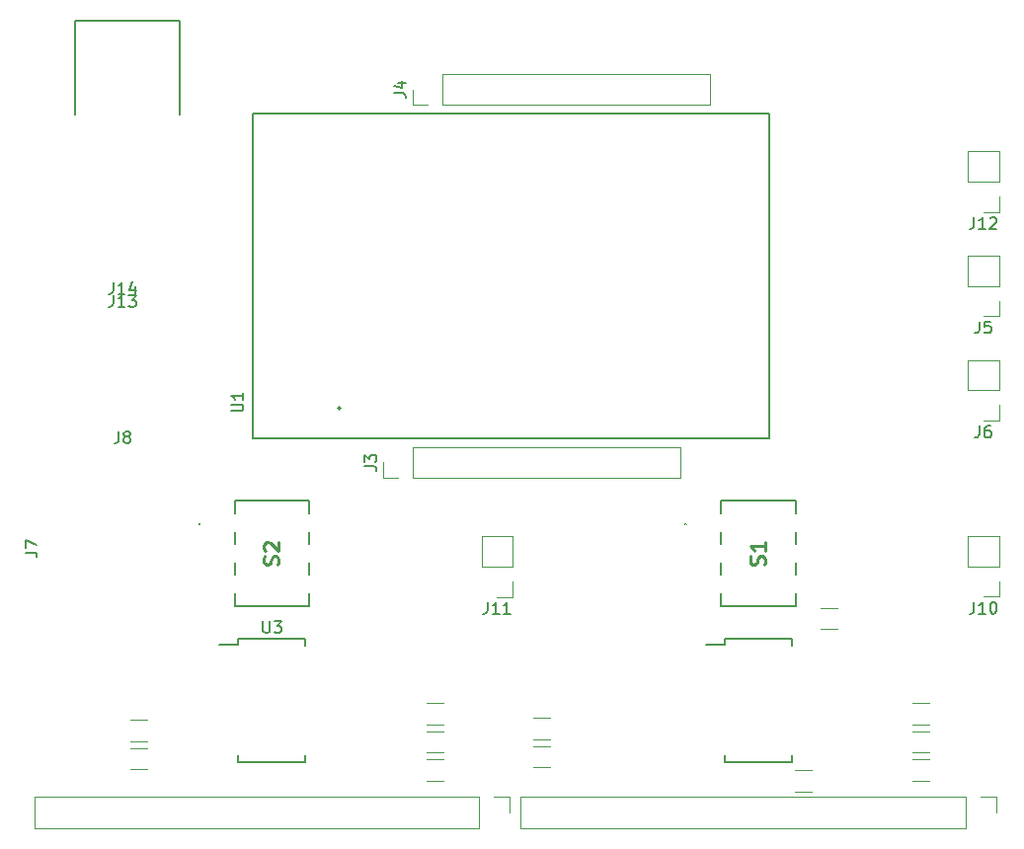
<source format=gbr>
%TF.GenerationSoftware,KiCad,Pcbnew,7.0.8*%
%TF.CreationDate,2023-12-07T20:57:20+01:00*%
%TF.ProjectId,MAIN,4d41494e-2e6b-4696-9361-645f70636258,rev?*%
%TF.SameCoordinates,Original*%
%TF.FileFunction,Legend,Top*%
%TF.FilePolarity,Positive*%
%FSLAX46Y46*%
G04 Gerber Fmt 4.6, Leading zero omitted, Abs format (unit mm)*
G04 Created by KiCad (PCBNEW 7.0.8) date 2023-12-07 20:57:20*
%MOMM*%
%LPD*%
G01*
G04 APERTURE LIST*
%ADD10C,0.150000*%
%ADD11C,0.254000*%
%ADD12C,0.120000*%
%ADD13C,0.200000*%
%ADD14C,0.100000*%
%ADD15C,0.127000*%
G04 APERTURE END LIST*
D10*
X154690476Y-123459819D02*
X154690476Y-124174104D01*
X154690476Y-124174104D02*
X154642857Y-124316961D01*
X154642857Y-124316961D02*
X154547619Y-124412200D01*
X154547619Y-124412200D02*
X154404762Y-124459819D01*
X154404762Y-124459819D02*
X154309524Y-124459819D01*
X155690476Y-124459819D02*
X155119048Y-124459819D01*
X155404762Y-124459819D02*
X155404762Y-123459819D01*
X155404762Y-123459819D02*
X155309524Y-123602676D01*
X155309524Y-123602676D02*
X155214286Y-123697914D01*
X155214286Y-123697914D02*
X155119048Y-123745533D01*
X156309524Y-123459819D02*
X156404762Y-123459819D01*
X156404762Y-123459819D02*
X156500000Y-123507438D01*
X156500000Y-123507438D02*
X156547619Y-123555057D01*
X156547619Y-123555057D02*
X156595238Y-123650295D01*
X156595238Y-123650295D02*
X156642857Y-123840771D01*
X156642857Y-123840771D02*
X156642857Y-124078866D01*
X156642857Y-124078866D02*
X156595238Y-124269342D01*
X156595238Y-124269342D02*
X156547619Y-124364580D01*
X156547619Y-124364580D02*
X156500000Y-124412200D01*
X156500000Y-124412200D02*
X156404762Y-124459819D01*
X156404762Y-124459819D02*
X156309524Y-124459819D01*
X156309524Y-124459819D02*
X156214286Y-124412200D01*
X156214286Y-124412200D02*
X156166667Y-124364580D01*
X156166667Y-124364580D02*
X156119048Y-124269342D01*
X156119048Y-124269342D02*
X156071429Y-124078866D01*
X156071429Y-124078866D02*
X156071429Y-123840771D01*
X156071429Y-123840771D02*
X156119048Y-123650295D01*
X156119048Y-123650295D02*
X156166667Y-123555057D01*
X156166667Y-123555057D02*
X156214286Y-123507438D01*
X156214286Y-123507438D02*
X156309524Y-123459819D01*
D11*
X136713842Y-120267619D02*
X136774318Y-120086190D01*
X136774318Y-120086190D02*
X136774318Y-119783809D01*
X136774318Y-119783809D02*
X136713842Y-119662857D01*
X136713842Y-119662857D02*
X136653365Y-119602381D01*
X136653365Y-119602381D02*
X136532413Y-119541904D01*
X136532413Y-119541904D02*
X136411461Y-119541904D01*
X136411461Y-119541904D02*
X136290508Y-119602381D01*
X136290508Y-119602381D02*
X136230032Y-119662857D01*
X136230032Y-119662857D02*
X136169556Y-119783809D01*
X136169556Y-119783809D02*
X136109080Y-120025714D01*
X136109080Y-120025714D02*
X136048603Y-120146666D01*
X136048603Y-120146666D02*
X135988127Y-120207143D01*
X135988127Y-120207143D02*
X135867175Y-120267619D01*
X135867175Y-120267619D02*
X135746222Y-120267619D01*
X135746222Y-120267619D02*
X135625270Y-120207143D01*
X135625270Y-120207143D02*
X135564794Y-120146666D01*
X135564794Y-120146666D02*
X135504318Y-120025714D01*
X135504318Y-120025714D02*
X135504318Y-119723333D01*
X135504318Y-119723333D02*
X135564794Y-119541904D01*
X136774318Y-118332380D02*
X136774318Y-119058095D01*
X136774318Y-118695238D02*
X135504318Y-118695238D01*
X135504318Y-118695238D02*
X135685746Y-118816190D01*
X135685746Y-118816190D02*
X135806699Y-118937142D01*
X135806699Y-118937142D02*
X135867175Y-119058095D01*
D10*
X102469819Y-111833333D02*
X103184104Y-111833333D01*
X103184104Y-111833333D02*
X103326961Y-111880952D01*
X103326961Y-111880952D02*
X103422200Y-111976190D01*
X103422200Y-111976190D02*
X103469819Y-112119047D01*
X103469819Y-112119047D02*
X103469819Y-112214285D01*
X102469819Y-111452380D02*
X102469819Y-110833333D01*
X102469819Y-110833333D02*
X102850771Y-111166666D01*
X102850771Y-111166666D02*
X102850771Y-111023809D01*
X102850771Y-111023809D02*
X102898390Y-110928571D01*
X102898390Y-110928571D02*
X102946009Y-110880952D01*
X102946009Y-110880952D02*
X103041247Y-110833333D01*
X103041247Y-110833333D02*
X103279342Y-110833333D01*
X103279342Y-110833333D02*
X103374580Y-110880952D01*
X103374580Y-110880952D02*
X103422200Y-110928571D01*
X103422200Y-110928571D02*
X103469819Y-111023809D01*
X103469819Y-111023809D02*
X103469819Y-111309523D01*
X103469819Y-111309523D02*
X103422200Y-111404761D01*
X103422200Y-111404761D02*
X103374580Y-111452380D01*
X155166666Y-99409819D02*
X155166666Y-100124104D01*
X155166666Y-100124104D02*
X155119047Y-100266961D01*
X155119047Y-100266961D02*
X155023809Y-100362200D01*
X155023809Y-100362200D02*
X154880952Y-100409819D01*
X154880952Y-100409819D02*
X154785714Y-100409819D01*
X156119047Y-99409819D02*
X155642857Y-99409819D01*
X155642857Y-99409819D02*
X155595238Y-99886009D01*
X155595238Y-99886009D02*
X155642857Y-99838390D01*
X155642857Y-99838390D02*
X155738095Y-99790771D01*
X155738095Y-99790771D02*
X155976190Y-99790771D01*
X155976190Y-99790771D02*
X156071428Y-99838390D01*
X156071428Y-99838390D02*
X156119047Y-99886009D01*
X156119047Y-99886009D02*
X156166666Y-99981247D01*
X156166666Y-99981247D02*
X156166666Y-100219342D01*
X156166666Y-100219342D02*
X156119047Y-100314580D01*
X156119047Y-100314580D02*
X156071428Y-100362200D01*
X156071428Y-100362200D02*
X155976190Y-100409819D01*
X155976190Y-100409819D02*
X155738095Y-100409819D01*
X155738095Y-100409819D02*
X155642857Y-100362200D01*
X155642857Y-100362200D02*
X155595238Y-100314580D01*
X154690476Y-90459819D02*
X154690476Y-91174104D01*
X154690476Y-91174104D02*
X154642857Y-91316961D01*
X154642857Y-91316961D02*
X154547619Y-91412200D01*
X154547619Y-91412200D02*
X154404762Y-91459819D01*
X154404762Y-91459819D02*
X154309524Y-91459819D01*
X155690476Y-91459819D02*
X155119048Y-91459819D01*
X155404762Y-91459819D02*
X155404762Y-90459819D01*
X155404762Y-90459819D02*
X155309524Y-90602676D01*
X155309524Y-90602676D02*
X155214286Y-90697914D01*
X155214286Y-90697914D02*
X155119048Y-90745533D01*
X156071429Y-90555057D02*
X156119048Y-90507438D01*
X156119048Y-90507438D02*
X156214286Y-90459819D01*
X156214286Y-90459819D02*
X156452381Y-90459819D01*
X156452381Y-90459819D02*
X156547619Y-90507438D01*
X156547619Y-90507438D02*
X156595238Y-90555057D01*
X156595238Y-90555057D02*
X156642857Y-90650295D01*
X156642857Y-90650295D02*
X156642857Y-90745533D01*
X156642857Y-90745533D02*
X156595238Y-90888390D01*
X156595238Y-90888390D02*
X156023810Y-91459819D01*
X156023810Y-91459819D02*
X156642857Y-91459819D01*
X91033567Y-107091373D02*
X91843403Y-107091373D01*
X91843403Y-107091373D02*
X91938678Y-107043736D01*
X91938678Y-107043736D02*
X91986316Y-106996099D01*
X91986316Y-106996099D02*
X92033953Y-106900824D01*
X92033953Y-106900824D02*
X92033953Y-106710274D01*
X92033953Y-106710274D02*
X91986316Y-106614999D01*
X91986316Y-106614999D02*
X91938678Y-106567362D01*
X91938678Y-106567362D02*
X91843403Y-106519724D01*
X91843403Y-106519724D02*
X91033567Y-106519724D01*
X92033953Y-105519339D02*
X92033953Y-106090988D01*
X92033953Y-105805163D02*
X91033567Y-105805163D01*
X91033567Y-105805163D02*
X91176479Y-105900438D01*
X91176479Y-105900438D02*
X91271754Y-105995713D01*
X91271754Y-105995713D02*
X91319392Y-106090988D01*
X155166666Y-108359819D02*
X155166666Y-109074104D01*
X155166666Y-109074104D02*
X155119047Y-109216961D01*
X155119047Y-109216961D02*
X155023809Y-109312200D01*
X155023809Y-109312200D02*
X154880952Y-109359819D01*
X154880952Y-109359819D02*
X154785714Y-109359819D01*
X156071428Y-108359819D02*
X155880952Y-108359819D01*
X155880952Y-108359819D02*
X155785714Y-108407438D01*
X155785714Y-108407438D02*
X155738095Y-108455057D01*
X155738095Y-108455057D02*
X155642857Y-108597914D01*
X155642857Y-108597914D02*
X155595238Y-108788390D01*
X155595238Y-108788390D02*
X155595238Y-109169342D01*
X155595238Y-109169342D02*
X155642857Y-109264580D01*
X155642857Y-109264580D02*
X155690476Y-109312200D01*
X155690476Y-109312200D02*
X155785714Y-109359819D01*
X155785714Y-109359819D02*
X155976190Y-109359819D01*
X155976190Y-109359819D02*
X156071428Y-109312200D01*
X156071428Y-109312200D02*
X156119047Y-109264580D01*
X156119047Y-109264580D02*
X156166666Y-109169342D01*
X156166666Y-109169342D02*
X156166666Y-108931247D01*
X156166666Y-108931247D02*
X156119047Y-108836009D01*
X156119047Y-108836009D02*
X156071428Y-108788390D01*
X156071428Y-108788390D02*
X155976190Y-108740771D01*
X155976190Y-108740771D02*
X155785714Y-108740771D01*
X155785714Y-108740771D02*
X155690476Y-108788390D01*
X155690476Y-108788390D02*
X155642857Y-108836009D01*
X155642857Y-108836009D02*
X155595238Y-108931247D01*
X73354819Y-119233333D02*
X74069104Y-119233333D01*
X74069104Y-119233333D02*
X74211961Y-119280952D01*
X74211961Y-119280952D02*
X74307200Y-119376190D01*
X74307200Y-119376190D02*
X74354819Y-119519047D01*
X74354819Y-119519047D02*
X74354819Y-119614285D01*
X73354819Y-118852380D02*
X73354819Y-118185714D01*
X73354819Y-118185714D02*
X74354819Y-118614285D01*
X80890476Y-97154819D02*
X80890476Y-97869104D01*
X80890476Y-97869104D02*
X80842857Y-98011961D01*
X80842857Y-98011961D02*
X80747619Y-98107200D01*
X80747619Y-98107200D02*
X80604762Y-98154819D01*
X80604762Y-98154819D02*
X80509524Y-98154819D01*
X81890476Y-98154819D02*
X81319048Y-98154819D01*
X81604762Y-98154819D02*
X81604762Y-97154819D01*
X81604762Y-97154819D02*
X81509524Y-97297676D01*
X81509524Y-97297676D02*
X81414286Y-97392914D01*
X81414286Y-97392914D02*
X81319048Y-97440533D01*
X82223810Y-97154819D02*
X82842857Y-97154819D01*
X82842857Y-97154819D02*
X82509524Y-97535771D01*
X82509524Y-97535771D02*
X82652381Y-97535771D01*
X82652381Y-97535771D02*
X82747619Y-97583390D01*
X82747619Y-97583390D02*
X82795238Y-97631009D01*
X82795238Y-97631009D02*
X82842857Y-97726247D01*
X82842857Y-97726247D02*
X82842857Y-97964342D01*
X82842857Y-97964342D02*
X82795238Y-98059580D01*
X82795238Y-98059580D02*
X82747619Y-98107200D01*
X82747619Y-98107200D02*
X82652381Y-98154819D01*
X82652381Y-98154819D02*
X82366667Y-98154819D01*
X82366667Y-98154819D02*
X82271429Y-98107200D01*
X82271429Y-98107200D02*
X82223810Y-98059580D01*
X80890476Y-96054819D02*
X80890476Y-96769104D01*
X80890476Y-96769104D02*
X80842857Y-96911961D01*
X80842857Y-96911961D02*
X80747619Y-97007200D01*
X80747619Y-97007200D02*
X80604762Y-97054819D01*
X80604762Y-97054819D02*
X80509524Y-97054819D01*
X81890476Y-97054819D02*
X81319048Y-97054819D01*
X81604762Y-97054819D02*
X81604762Y-96054819D01*
X81604762Y-96054819D02*
X81509524Y-96197676D01*
X81509524Y-96197676D02*
X81414286Y-96292914D01*
X81414286Y-96292914D02*
X81319048Y-96340533D01*
X82747619Y-96388152D02*
X82747619Y-97054819D01*
X82509524Y-96007200D02*
X82271429Y-96721485D01*
X82271429Y-96721485D02*
X82890476Y-96721485D01*
X112990476Y-123484819D02*
X112990476Y-124199104D01*
X112990476Y-124199104D02*
X112942857Y-124341961D01*
X112942857Y-124341961D02*
X112847619Y-124437200D01*
X112847619Y-124437200D02*
X112704762Y-124484819D01*
X112704762Y-124484819D02*
X112609524Y-124484819D01*
X113990476Y-124484819D02*
X113419048Y-124484819D01*
X113704762Y-124484819D02*
X113704762Y-123484819D01*
X113704762Y-123484819D02*
X113609524Y-123627676D01*
X113609524Y-123627676D02*
X113514286Y-123722914D01*
X113514286Y-123722914D02*
X113419048Y-123770533D01*
X114942857Y-124484819D02*
X114371429Y-124484819D01*
X114657143Y-124484819D02*
X114657143Y-123484819D01*
X114657143Y-123484819D02*
X114561905Y-123627676D01*
X114561905Y-123627676D02*
X114466667Y-123722914D01*
X114466667Y-123722914D02*
X114371429Y-123770533D01*
X104979819Y-79833333D02*
X105694104Y-79833333D01*
X105694104Y-79833333D02*
X105836961Y-79880952D01*
X105836961Y-79880952D02*
X105932200Y-79976190D01*
X105932200Y-79976190D02*
X105979819Y-80119047D01*
X105979819Y-80119047D02*
X105979819Y-80214285D01*
X105313152Y-78928571D02*
X105979819Y-78928571D01*
X104932200Y-79166666D02*
X105646485Y-79404761D01*
X105646485Y-79404761D02*
X105646485Y-78785714D01*
D11*
X95013842Y-120267619D02*
X95074318Y-120086190D01*
X95074318Y-120086190D02*
X95074318Y-119783809D01*
X95074318Y-119783809D02*
X95013842Y-119662857D01*
X95013842Y-119662857D02*
X94953365Y-119602381D01*
X94953365Y-119602381D02*
X94832413Y-119541904D01*
X94832413Y-119541904D02*
X94711461Y-119541904D01*
X94711461Y-119541904D02*
X94590508Y-119602381D01*
X94590508Y-119602381D02*
X94530032Y-119662857D01*
X94530032Y-119662857D02*
X94469556Y-119783809D01*
X94469556Y-119783809D02*
X94409080Y-120025714D01*
X94409080Y-120025714D02*
X94348603Y-120146666D01*
X94348603Y-120146666D02*
X94288127Y-120207143D01*
X94288127Y-120207143D02*
X94167175Y-120267619D01*
X94167175Y-120267619D02*
X94046222Y-120267619D01*
X94046222Y-120267619D02*
X93925270Y-120207143D01*
X93925270Y-120207143D02*
X93864794Y-120146666D01*
X93864794Y-120146666D02*
X93804318Y-120025714D01*
X93804318Y-120025714D02*
X93804318Y-119723333D01*
X93804318Y-119723333D02*
X93864794Y-119541904D01*
X93925270Y-119058095D02*
X93864794Y-118997619D01*
X93864794Y-118997619D02*
X93804318Y-118876666D01*
X93804318Y-118876666D02*
X93804318Y-118574285D01*
X93804318Y-118574285D02*
X93864794Y-118453333D01*
X93864794Y-118453333D02*
X93925270Y-118392857D01*
X93925270Y-118392857D02*
X94046222Y-118332380D01*
X94046222Y-118332380D02*
X94167175Y-118332380D01*
X94167175Y-118332380D02*
X94348603Y-118392857D01*
X94348603Y-118392857D02*
X95074318Y-119118571D01*
X95074318Y-119118571D02*
X95074318Y-118332380D01*
D10*
X81366666Y-108854819D02*
X81366666Y-109569104D01*
X81366666Y-109569104D02*
X81319047Y-109711961D01*
X81319047Y-109711961D02*
X81223809Y-109807200D01*
X81223809Y-109807200D02*
X81080952Y-109854819D01*
X81080952Y-109854819D02*
X80985714Y-109854819D01*
X81985714Y-109283390D02*
X81890476Y-109235771D01*
X81890476Y-109235771D02*
X81842857Y-109188152D01*
X81842857Y-109188152D02*
X81795238Y-109092914D01*
X81795238Y-109092914D02*
X81795238Y-109045295D01*
X81795238Y-109045295D02*
X81842857Y-108950057D01*
X81842857Y-108950057D02*
X81890476Y-108902438D01*
X81890476Y-108902438D02*
X81985714Y-108854819D01*
X81985714Y-108854819D02*
X82176190Y-108854819D01*
X82176190Y-108854819D02*
X82271428Y-108902438D01*
X82271428Y-108902438D02*
X82319047Y-108950057D01*
X82319047Y-108950057D02*
X82366666Y-109045295D01*
X82366666Y-109045295D02*
X82366666Y-109092914D01*
X82366666Y-109092914D02*
X82319047Y-109188152D01*
X82319047Y-109188152D02*
X82271428Y-109235771D01*
X82271428Y-109235771D02*
X82176190Y-109283390D01*
X82176190Y-109283390D02*
X81985714Y-109283390D01*
X81985714Y-109283390D02*
X81890476Y-109331009D01*
X81890476Y-109331009D02*
X81842857Y-109378628D01*
X81842857Y-109378628D02*
X81795238Y-109473866D01*
X81795238Y-109473866D02*
X81795238Y-109664342D01*
X81795238Y-109664342D02*
X81842857Y-109759580D01*
X81842857Y-109759580D02*
X81890476Y-109807200D01*
X81890476Y-109807200D02*
X81985714Y-109854819D01*
X81985714Y-109854819D02*
X82176190Y-109854819D01*
X82176190Y-109854819D02*
X82271428Y-109807200D01*
X82271428Y-109807200D02*
X82319047Y-109759580D01*
X82319047Y-109759580D02*
X82366666Y-109664342D01*
X82366666Y-109664342D02*
X82366666Y-109473866D01*
X82366666Y-109473866D02*
X82319047Y-109378628D01*
X82319047Y-109378628D02*
X82271428Y-109331009D01*
X82271428Y-109331009D02*
X82176190Y-109283390D01*
X93738095Y-125104819D02*
X93738095Y-125914342D01*
X93738095Y-125914342D02*
X93785714Y-126009580D01*
X93785714Y-126009580D02*
X93833333Y-126057200D01*
X93833333Y-126057200D02*
X93928571Y-126104819D01*
X93928571Y-126104819D02*
X94119047Y-126104819D01*
X94119047Y-126104819D02*
X94214285Y-126057200D01*
X94214285Y-126057200D02*
X94261904Y-126009580D01*
X94261904Y-126009580D02*
X94309523Y-125914342D01*
X94309523Y-125914342D02*
X94309523Y-125104819D01*
X94690476Y-125104819D02*
X95309523Y-125104819D01*
X95309523Y-125104819D02*
X94976190Y-125485771D01*
X94976190Y-125485771D02*
X95119047Y-125485771D01*
X95119047Y-125485771D02*
X95214285Y-125533390D01*
X95214285Y-125533390D02*
X95261904Y-125581009D01*
X95261904Y-125581009D02*
X95309523Y-125676247D01*
X95309523Y-125676247D02*
X95309523Y-125914342D01*
X95309523Y-125914342D02*
X95261904Y-126009580D01*
X95261904Y-126009580D02*
X95214285Y-126057200D01*
X95214285Y-126057200D02*
X95119047Y-126104819D01*
X95119047Y-126104819D02*
X94833333Y-126104819D01*
X94833333Y-126104819D02*
X94738095Y-126057200D01*
X94738095Y-126057200D02*
X94690476Y-126009580D01*
D12*
%TO.C,R9*%
X142977064Y-125810000D02*
X141522936Y-125810000D01*
X142977064Y-123990000D02*
X141522936Y-123990000D01*
D13*
%TO.C,J9*%
X77620000Y-73630000D02*
X77620000Y-81630000D01*
X86620000Y-73630000D02*
X77620000Y-73630000D01*
X86620000Y-81630000D02*
X86620000Y-73630000D01*
D12*
%TO.C,J10*%
X156830000Y-123005000D02*
X155500000Y-123005000D01*
X156830000Y-121675000D02*
X156830000Y-123005000D01*
X156830000Y-120405000D02*
X156830000Y-117805000D01*
X156830000Y-120405000D02*
X154170000Y-120405000D01*
X156830000Y-117805000D02*
X154170000Y-117805000D01*
X154170000Y-120405000D02*
X154170000Y-117805000D01*
%TO.C,R11*%
X149442936Y-138778735D02*
X150897064Y-138778735D01*
X149442936Y-136958735D02*
X150897064Y-136958735D01*
D13*
%TO.C,S1*%
X139400000Y-114775000D02*
X133000000Y-114775000D01*
X133000000Y-114775000D02*
X133000000Y-115900000D01*
X139400000Y-115900000D02*
X139400000Y-114775000D01*
D14*
X130000000Y-116760000D02*
X130000000Y-116760000D01*
X129900000Y-116760000D02*
X129900000Y-116760000D01*
D13*
X139400000Y-117500000D02*
X139400000Y-118500000D01*
X133000000Y-117500000D02*
X133000000Y-118500000D01*
X139400000Y-120100000D02*
X139400000Y-121100000D01*
X133000000Y-120100000D02*
X133000000Y-121100000D01*
X139400000Y-122700000D02*
X139400000Y-123825000D01*
X139400000Y-123825000D02*
X133000000Y-123825000D01*
X133000000Y-123825000D02*
X133000000Y-122700000D01*
D14*
X129900000Y-116760000D02*
G75*
G03*
X130000000Y-116760000I50000J0D01*
G01*
X130000000Y-116760000D02*
G75*
G03*
X129900000Y-116760000I-50000J0D01*
G01*
D12*
%TO.C,J3*%
X106615000Y-110170000D02*
X129535000Y-110170000D01*
X129535000Y-112830000D02*
X129535000Y-110170000D01*
X106615000Y-112830000D02*
X106615000Y-110170000D01*
X106615000Y-112830000D02*
X129535000Y-112830000D01*
X105345000Y-112830000D02*
X104015000Y-112830000D01*
X104015000Y-112830000D02*
X104015000Y-111500000D01*
%TO.C,R1*%
X118357064Y-137650000D02*
X116902936Y-137650000D01*
X118357064Y-135830000D02*
X116902936Y-135830000D01*
%TO.C,J5*%
X156830000Y-98955000D02*
X155500000Y-98955000D01*
X156830000Y-97625000D02*
X156830000Y-98955000D01*
X156830000Y-96355000D02*
X156830000Y-93755000D01*
X156830000Y-96355000D02*
X154170000Y-96355000D01*
X156830000Y-93755000D02*
X154170000Y-93755000D01*
X154170000Y-96355000D02*
X154170000Y-93755000D01*
%TO.C,R2*%
X118357064Y-135250000D02*
X116902936Y-135250000D01*
X118357064Y-133430000D02*
X116902936Y-133430000D01*
%TO.C,J12*%
X156830000Y-90005000D02*
X155500000Y-90005000D01*
X156830000Y-88675000D02*
X156830000Y-90005000D01*
X156830000Y-87405000D02*
X156830000Y-84805000D01*
X156830000Y-87405000D02*
X154170000Y-87405000D01*
X156830000Y-84805000D02*
X154170000Y-84805000D01*
X154170000Y-87405000D02*
X154170000Y-84805000D01*
%TO.C,J1*%
X156580000Y-140195000D02*
X156580000Y-141525000D01*
X155250000Y-140195000D02*
X156580000Y-140195000D01*
X153980000Y-140195000D02*
X115820000Y-140195000D01*
X153980000Y-140195000D02*
X153980000Y-142855000D01*
X115820000Y-140195000D02*
X115820000Y-142855000D01*
X153980000Y-142855000D02*
X115820000Y-142855000D01*
D15*
%TO.C,U1*%
X92875000Y-109450000D02*
X92875000Y-81550000D01*
X137115000Y-109450000D02*
X92875000Y-109450000D01*
X92875000Y-81550000D02*
X137115000Y-81550000D01*
X137115000Y-81550000D02*
X137115000Y-109450000D01*
D13*
X100365000Y-106840000D02*
G75*
G03*
X100365000Y-106840000I-100000J0D01*
G01*
D12*
%TO.C,J6*%
X156830000Y-107905000D02*
X155500000Y-107905000D01*
X156830000Y-106575000D02*
X156830000Y-107905000D01*
X156830000Y-105305000D02*
X156830000Y-102705000D01*
X156830000Y-105305000D02*
X154170000Y-105305000D01*
X156830000Y-102705000D02*
X154170000Y-102705000D01*
X154170000Y-105305000D02*
X154170000Y-102705000D01*
%TO.C,J2*%
X114880000Y-140195000D02*
X114880000Y-141525000D01*
X113550000Y-140195000D02*
X114880000Y-140195000D01*
X112280000Y-140195000D02*
X74120000Y-140195000D01*
X112280000Y-140195000D02*
X112280000Y-142855000D01*
X74120000Y-140195000D02*
X74120000Y-142855000D01*
X112280000Y-142855000D02*
X74120000Y-142855000D01*
%TO.C,R12*%
X149442936Y-136378735D02*
X150897064Y-136378735D01*
X149442936Y-134558735D02*
X150897064Y-134558735D01*
D10*
%TO.C,U2*%
X133325000Y-126575000D02*
X133325000Y-127150000D01*
X133325000Y-126575000D02*
X139075000Y-126575000D01*
X133325000Y-127150000D02*
X131725000Y-127150000D01*
X133325000Y-137225000D02*
X133325000Y-136575000D01*
X133325000Y-137225000D02*
X139075000Y-137225000D01*
X139075000Y-126575000D02*
X139075000Y-127225000D01*
X139075000Y-137225000D02*
X139075000Y-136575000D01*
D12*
%TO.C,R13*%
X149442936Y-133978735D02*
X150897064Y-133978735D01*
X149442936Y-132158735D02*
X150897064Y-132158735D01*
%TO.C,R5*%
X107742936Y-136958735D02*
X109197064Y-136958735D01*
X107742936Y-138778735D02*
X109197064Y-138778735D01*
%TO.C,J11*%
X115130000Y-123030000D02*
X113800000Y-123030000D01*
X115130000Y-121700000D02*
X115130000Y-123030000D01*
X115130000Y-120430000D02*
X115130000Y-117830000D01*
X115130000Y-120430000D02*
X112470000Y-120430000D01*
X115130000Y-117830000D02*
X112470000Y-117830000D01*
X112470000Y-120430000D02*
X112470000Y-117830000D01*
%TO.C,R18*%
X140827064Y-139710000D02*
X139372936Y-139710000D01*
X140827064Y-137890000D02*
X139372936Y-137890000D01*
%TO.C,R3*%
X83797064Y-137810000D02*
X82342936Y-137810000D01*
X83797064Y-135990000D02*
X82342936Y-135990000D01*
%TO.C,R7*%
X107742936Y-132158735D02*
X109197064Y-132158735D01*
X107742936Y-133978735D02*
X109197064Y-133978735D01*
%TO.C,R6*%
X107742936Y-134558735D02*
X109197064Y-134558735D01*
X107742936Y-136378735D02*
X109197064Y-136378735D01*
%TO.C,J4*%
X106555000Y-80830000D02*
X106555000Y-79500000D01*
X107885000Y-80830000D02*
X106555000Y-80830000D01*
X109155000Y-80830000D02*
X132075000Y-80830000D01*
X109155000Y-80830000D02*
X109155000Y-78170000D01*
X132075000Y-80830000D02*
X132075000Y-78170000D01*
X109155000Y-78170000D02*
X132075000Y-78170000D01*
D13*
%TO.C,S2*%
X97700000Y-114775000D02*
X91300000Y-114775000D01*
X91300000Y-114775000D02*
X91300000Y-115900000D01*
X97700000Y-115900000D02*
X97700000Y-114775000D01*
D14*
X88300000Y-116760000D02*
X88300000Y-116760000D01*
X88200000Y-116760000D02*
X88200000Y-116760000D01*
D13*
X97700000Y-117500000D02*
X97700000Y-118500000D01*
X91300000Y-117500000D02*
X91300000Y-118500000D01*
X97700000Y-120100000D02*
X97700000Y-121100000D01*
X91300000Y-120100000D02*
X91300000Y-121100000D01*
X97700000Y-122700000D02*
X97700000Y-123825000D01*
X97700000Y-123825000D02*
X91300000Y-123825000D01*
X91300000Y-123825000D02*
X91300000Y-122700000D01*
D14*
X88200000Y-116760000D02*
G75*
G03*
X88300000Y-116760000I50000J0D01*
G01*
X88300000Y-116760000D02*
G75*
G03*
X88200000Y-116760000I-50000J0D01*
G01*
D10*
%TO.C,U3*%
X91625000Y-126575000D02*
X91625000Y-127150000D01*
X91625000Y-126575000D02*
X97375000Y-126575000D01*
X91625000Y-127150000D02*
X90025000Y-127150000D01*
X91625000Y-137225000D02*
X91625000Y-136575000D01*
X91625000Y-137225000D02*
X97375000Y-137225000D01*
X97375000Y-126575000D02*
X97375000Y-127225000D01*
X97375000Y-137225000D02*
X97375000Y-136575000D01*
D12*
%TO.C,R4*%
X83797064Y-135410000D02*
X82342936Y-135410000D01*
X83797064Y-133590000D02*
X82342936Y-133590000D01*
%TD*%
M02*

</source>
